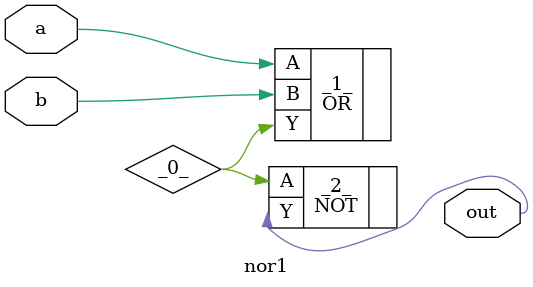
<source format=v>
/* Generated by Yosys 0.41+83 (git sha1 7045cf509, x86_64-w64-mingw32-g++ 13.2.1 -Os) */

/* cells_not_processed =  1  */
/* src = "nor1.v:2.1-10.10" */
module nor1(a, b, out);
  wire _0_;
  /* src = "nor1.v:3.9-3.10" */
  input a;
  wire a;
  /* src = "nor1.v:4.9-4.10" */
  input b;
  wire b;
  /* src = "nor1.v:5.10-5.13" */
  output out;
  wire out;
  OR _1_ (
    .A(a),
    .B(b),
    .Y(_0_)
  );
  NOT _2_ (
    .A(_0_),
    .Y(out)
  );
endmodule

</source>
